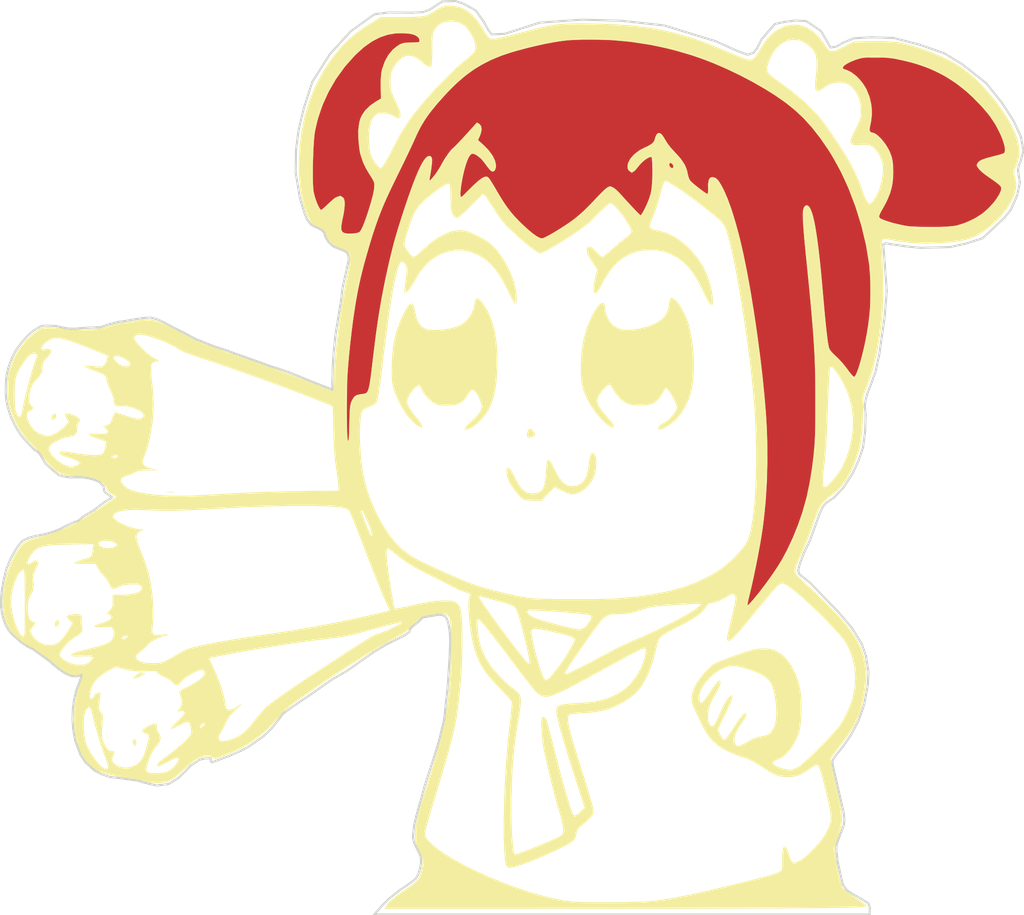
<source format=kicad_pcb>
(kicad_pcb (version 4) (host pcbnew 4.0.5+dfsg1-4)
  (layers (0 F.Cu signal) (31 B.Cu signal) (34 B.Paste user) (35 F.Paste user) (36 B.SilkS user) (37 F.SilkS user) (38 B.Mask user) (39 F.Mask user) (44 Edge.Cuts user))
  (net 0 "")
  (module LOGO (layer F.Cu) (at 76.12 48.91)
    (fp_text reference G*** hide)
    (fp_text value LOGO hide)
  )
  (module LOGO (layer F.Cu) (at 76.12 48.91)
    (fp_text reference G*** hide)
    (fp_text value LOGO hide)
    (fp_poly (pts (xy 4.57046 -16.35685) (xy 4.994146 -16.345884) (xy 5.379068 -16.325031) (xy 5.748072 -16.29236) (xy 6.124002 -16.245942) (xy 6.529703 -16.183844) (xy 6.879167 -16.123699) (xy 7.497291 -15.99606) (xy 8.155807 -15.828633) (xy 8.825697 -15.630119) (xy 9.477943 -15.409215) (xy 10.083528 -15.174621) (xy 10.177972 -15.134764) (xy 10.728949 -14.885908) (xy 11.28822 -14.608492) (xy 11.840643 -14.311289) (xy 12.371074 -14.003071) (xy 12.864373 -13.69261) (xy 13.305396 -13.388679) (xy 13.6525 -13.121919) (xy 14.114042 -12.701858) (xy 14.567182 -12.209037) (xy 15.003528 -11.655362) (xy 15.414694 -11.05274) (xy 15.792287 -10.413078) (xy 16.12792 -9.748282) (xy 16.291347 -9.376833) (xy 16.654865 -8.42325) (xy 16.94644 -7.481196) (xy 17.165184 -6.555355) (xy 17.310209 -5.65041) (xy 17.380629 -4.771044) (xy 17.375555 -3.921941) (xy 17.362899 -3.721752) (xy 17.336516 -3.424605) (xy 17.300482 -3.095007) (xy 17.259197 -2.769731) (xy 17.217062 -2.485552) (xy 17.209653 -2.441169) (xy 17.146076 -2.096203) (xy 17.074512 -1.755044) (xy 16.997861 -1.427742) (xy 16.919023 -1.124349) (xy 16.840898 -0.854916) (xy 16.766386 -0.629496) (xy 16.698385 -0.458139) (xy 16.639795 -0.350898) (xy 16.597015 -0.3175) (xy 16.548273 -0.350145) (xy 16.46557 -0.438099) (xy 16.362156 -0.566387) (xy 16.290035 -0.664413) (xy 16.141936 -0.855518) (xy 15.965812 -1.057315) (xy 15.793502 -1.23388) (xy 15.748229 -1.275739) (xy 15.598708 -1.420209) (xy 15.483767 -1.552159) (xy 15.418333 -1.65408) (xy 15.412394 -1.669659) (xy 15.386085 -1.773366) (xy 15.358541 -1.922371) (xy 15.329211 -2.121647) (xy 15.297546 -2.37617) (xy 15.262995 -2.690917) (xy 15.225008 -3.070862) (xy 15.183037 -3.520981) (xy 15.13653 -4.04625) (xy 15.091635 -4.572) (xy 15.032338 -5.231711) (xy 14.969798 -5.843855) (xy 14.904809 -6.402668) (xy 14.838163 -6.90239) (xy 14.770655 -7.337257) (xy 14.703075 -7.701508) (xy 14.636219 -7.98938) (xy 14.607571 -8.08928) (xy 14.52846 -8.295279) (xy 14.443702 -8.429802) (xy 14.35837 -8.490282) (xy 14.277536 -8.474149) (xy 14.206272 -8.378836) (xy 14.177829 -8.306871) (xy 14.162695 -8.24762) (xy 14.152325 -8.170938) (xy 14.147136 -8.070468) (xy 14.147544 -7.939856) (xy 14.153965 -7.772744) (xy 14.166817 -7.562776) (xy 14.186515 -7.303597) (xy 14.213476 -6.98885) (xy 14.248117 -6.612179) (xy 14.290854 -6.167228) (xy 14.342103 -5.647642) (xy 14.371071 -5.357663) (xy 14.451765 -4.538274) (xy 14.521897 -3.793717) (xy 14.582049 -3.114891) (xy 14.632806 -2.492699) (xy 14.674749 -1.918042) (xy 14.708463 -1.38182) (xy 14.734531 -0.874936) (xy 14.753535 -0.38829) (xy 14.766059 0.087217) (xy 14.772686 0.560684) (xy 14.774137 0.931334) (xy 14.767831 1.631428) (xy 14.747983 2.268325) (xy 14.712907 2.86266) (xy 14.660919 3.43507) (xy 14.590333 4.006188) (xy 14.499462 4.596652) (xy 14.452541 4.868334) (xy 14.324889 5.456604) (xy 14.148512 6.075981) (xy 13.931359 6.706348) (xy 13.68138 7.32759) (xy 13.406522 7.919588) (xy 13.114734 8.462227) (xy 12.888809 8.825848) (xy 12.720165 9.07314) (xy 12.541042 9.325749) (xy 12.357991 9.57545) (xy 12.177559 9.81402) (xy 12.006296 10.033235) (xy 11.850749 10.224871) (xy 11.717469 10.380702) (xy 11.613004 10.492507) (xy 11.543903 10.55206) (xy 11.516715 10.551137) (xy 11.516564 10.549107) (xy 11.525714 10.488242) (xy 11.552027 10.363645) (xy 11.591438 10.193545) (xy 11.63923 9.998774) (xy 11.729952 9.619756) (xy 11.827122 9.181129) (xy 11.925797 8.707176) (xy 12.021033 8.222187) (xy 12.107889 7.750445) (xy 12.166469 7.408334) (xy 12.294633 6.522384) (xy 12.388391 5.62619) (xy 12.447701 4.711044) (xy 12.472526 3.768239) (xy 12.462827 2.789067) (xy 12.418563 1.764821) (xy 12.339695 0.686793) (xy 12.226185 -0.453724) (xy 12.127275 -1.284586) (xy 11.978856 -2.399976) (xy 11.823949 -3.44847) (xy 11.662982 -4.428105) (xy 11.496385 -5.336921) (xy 11.324586 -6.172955) (xy 11.148014 -6.934245) (xy 10.967099 -7.618829) (xy 10.782268 -8.224745) (xy 10.593951 -8.750032) (xy 10.402577 -9.192726) (xy 10.395441 -9.2075) (xy 10.267355 -9.455886) (xy 10.156602 -9.63243) (xy 10.055379 -9.746137) (xy 9.955882 -9.806016) (xy 9.863528 -9.821333) (xy 9.744067 -9.784864) (xy 9.667552 -9.675662) (xy 9.63411 -9.494038) (xy 9.63991 -9.280012) (xy 9.646785 -9.143874) (xy 9.641125 -9.048964) (xy 9.62613 -9.017344) (xy 9.569094 -9.043085) (xy 9.464597 -9.111182) (xy 9.329302 -9.208705) (xy 9.179873 -9.322728) (xy 9.032976 -9.440323) (xy 8.905274 -9.548561) (xy 8.813432 -9.634514) (xy 8.77977 -9.673935) (xy 8.729491 -9.783026) (xy 8.686505 -9.930399) (xy 8.673506 -9.997349) (xy 8.624176 -10.207328) (xy 8.539639 -10.405742) (xy 8.410174 -10.608874) (xy 8.226064 -10.83301) (xy 8.083006 -10.986759) (xy 7.873002 -11.219482) (xy 7.703626 -11.436593) (xy 7.588151 -11.621006) (xy 7.583972 -11.629176) (xy 7.476816 -11.810046) (xy 7.378336 -11.908479) (xy 7.285937 -11.92595) (xy 7.197025 -11.863936) (xy 7.188711 -11.854021) (xy 7.130945 -11.748719) (xy 7.112 -11.660504) (xy 7.071028 -11.531671) (xy 6.953509 -11.408378) (xy 6.767538 -11.298199) (xy 6.688667 -11.264486) (xy 6.399715 -11.122053) (xy 6.156471 -10.944153) (xy 5.969559 -10.741515) (xy 5.849603 -10.524865) (xy 5.812296 -10.379608) (xy 5.807804 -10.251206) (xy 5.84442 -10.162438) (xy 5.879419 -10.122581) (xy 5.9578 -10.05818) (xy 6.01459 -10.033) (xy 6.078358 -10.068058) (xy 6.184953 -10.171155) (xy 6.331318 -10.339177) (xy 6.408266 -10.433793) (xy 6.508021 -10.537229) (xy 6.631732 -10.636542) (xy 6.75854 -10.718395) (xy 6.867588 -10.769457) (xy 6.938017 -10.776392) (xy 6.941401 -10.774616) (xy 6.957784 -10.723726) (xy 6.970293 -10.604546) (xy 6.978886 -10.433367) (xy 6.983525 -10.226477) (xy 6.984169 -10.000168) (xy 6.980779 -9.770728) (xy 6.973315 -9.554448) (xy 6.961737 -9.367618) (xy 6.946006 -9.226527) (xy 6.945193 -9.221472) (xy 6.893248 -9.002335) (xy 6.808045 -8.745787) (xy 6.702528 -8.485364) (xy 6.589641 -8.254603) (xy 6.537838 -8.166116) (xy 6.42418 -7.98607) (xy 6.16484 -8.259842) (xy 6.023616 -8.410763) (xy 5.851917 -8.596969) (xy 5.675489 -8.790436) (xy 5.571264 -8.905925) (xy 5.425524 -9.06074) (xy 5.285114 -9.196724) (xy 5.167279 -9.297916) (xy 5.096795 -9.34511) (xy 5.006918 -9.38272) (xy 4.939837 -9.384211) (xy 4.860409 -9.344221) (xy 4.793216 -9.298784) (xy 4.70552 -9.225788) (xy 4.577908 -9.103823) (xy 4.425622 -8.948152) (xy 4.263903 -8.774043) (xy 4.215595 -8.720237) (xy 3.744123 -8.234512) (xy 3.252729 -7.817126) (xy 2.92805 -7.584233) (xy 2.684989 -7.425184) (xy 2.444256 -7.275247) (xy 2.218172 -7.141399) (xy 2.019058 -7.030615) (xy 1.859233 -6.949869) (xy 1.751018 -6.906138) (xy 1.720084 -6.900333) (xy 1.613874 -6.93155) (xy 1.460511 -7.021211) (xy 1.267777 -7.163335) (xy 1.043451 -7.351939) (xy 0.795314 -7.58104) (xy 0.652226 -7.721421) (xy 0.438836 -7.943254) (xy 0.251202 -8.158794) (xy 0.076841 -8.385153) (xy -0.09673 -8.639441) (xy -0.281994 -8.938769) (xy -0.462796 -9.249833) (xy -0.570641 -9.435003) (xy -0.670446 -9.598793) (xy -0.751363 -9.723886) (xy -0.802546 -9.792966) (xy -0.803886 -9.794386) (xy -0.887099 -9.845777) (xy -0.991558 -9.842643) (xy -1.123362 -9.781681) (xy -1.288608 -9.65959) (xy -1.493393 -9.473066) (xy -1.608666 -9.358521) (xy -1.806974 -9.157274) (xy -1.952594 -9.012483) (xy -2.053089 -8.92112) (xy -2.116024 -8.88016) (xy -2.148963 -8.886575) (xy -2.159471 -8.93734) (xy -2.155112 -9.029427) (xy -2.144829 -9.144) (xy -2.109102 -9.445769) (xy -2.056473 -9.753824) (xy -1.990971 -10.053379) (xy -1.916628 -10.329649) (xy -1.837473 -10.567847) (xy -1.757538 -10.753189) (xy -1.680853 -10.870888) (xy -1.671544 -10.880251) (xy -1.567985 -10.97754) (xy -1.366076 -10.853011) (xy -1.174755 -10.696228) (xy -0.982759 -10.463761) (xy -0.96176 -10.433657) (xy -0.858143 -10.29248) (xy -0.761441 -10.177545) (xy -0.688573 -10.108496) (xy -0.674211 -10.099811) (xy -0.576473 -10.09091) (xy -0.502172 -10.154616) (xy -0.460208 -10.280126) (xy -0.454121 -10.366934) (xy -0.494066 -10.594988) (xy -0.611232 -10.840947) (xy -0.80161 -11.098825) (xy -1.061197 -11.362636) (xy -1.201042 -11.482938) (xy -1.322584 -11.582613) (xy -1.232792 -11.75862) (xy -1.165711 -11.939535) (xy -1.144812 -12.11398) (xy -1.170596 -12.25879) (xy -1.220417 -12.333605) (xy -1.29762 -12.388015) (xy -1.343778 -12.403666) (xy -1.385956 -12.373545) (xy -1.47359 -12.290165) (xy -1.596405 -12.164005) (xy -1.744124 -12.005544) (xy -1.861948 -11.875303) (xy -2.028904 -11.691482) (xy -2.185721 -11.524262) (xy -2.319885 -11.386589) (xy -2.418879 -11.291407) (xy -2.458087 -11.258706) (xy -2.574243 -11.150239) (xy -2.713133 -10.979128) (xy -2.864107 -10.760537) (xy -3.016519 -10.50963) (xy -3.127264 -10.305683) (xy -3.19755 -10.183333) (xy -3.284715 -10.051676) (xy -3.379103 -9.922377) (xy -3.471058 -9.807101) (xy -3.550924 -9.717515) (xy -3.609043 -9.665283) (xy -3.63576 -9.662071) (xy -3.629236 -9.699264) (xy -3.613018 -9.767913) (xy -3.588037 -9.899462) (xy -3.55809 -10.073082) (xy -3.535216 -10.214811) (xy -3.502105 -10.464813) (xy -3.494406 -10.642834) (xy -3.513588 -10.758102) (xy -3.561119 -10.819847) (xy -3.634236 -10.837333) (xy -3.723094 -10.809884) (xy -3.819865 -10.725451) (xy -3.926013 -10.580907) (xy -4.043003 -10.373125) (xy -4.172298 -10.098977) (xy -4.315362 -9.755336) (xy -4.473658 -9.339075) (xy -4.648651 -8.847067) (xy -4.841805 -8.276183) (xy -4.862826 -8.212666) (xy -5.116637 -7.408966) (xy -5.344904 -6.608783) (xy -5.5502 -5.799669) (xy -5.735102 -4.969175) (xy -5.902184 -4.104852) (xy -6.054021 -3.19425) (xy -6.193188 -2.224921) (xy -6.322259 -1.184415) (xy -6.329466 -1.121833) (xy -6.373839 -0.741271) (xy -6.411419 -0.434943) (xy -6.443755 -0.19283) (xy -6.472398 -0.004913) (xy -6.4989 0.138829) (xy -6.524811 0.248415) (xy -6.551682 0.333864) (xy -6.556974 0.348068) (xy -6.589958 0.413264) (xy -6.641553 0.456863) (xy -6.731091 0.487386) (xy -6.877907 0.513353) (xy -6.957027 0.524376) (xy -7.100804 0.557672) (xy -7.203556 0.624074) (xy -7.287934 0.742689) (xy -7.339073 0.846667) (xy -7.36875 0.920689) (xy -7.391435 1.003248) (xy -7.4084 1.10755) (xy -7.420922 1.246804) (xy -7.430276 1.434215) (xy -7.437736 1.682992) (xy -7.442953 1.922685) (xy -7.449978 2.225702) (xy -7.457799 2.451353) (xy -7.467008 2.606939) (xy -7.478202 2.69976) (xy -7.491975 2.737117) (xy -7.50851 2.727018) (xy -7.52228 2.661202) (xy -7.533673 2.521658) (xy -7.542715 2.319293) (xy -7.54943 2.065012) (xy -7.55384 1.769721) (xy -7.555971 1.444324) (xy -7.555846 1.099728) (xy -7.55349 0.746837) (xy -7.548927 0.396558) (xy -7.54218 0.059797) (xy -7.533274 -0.252543) (xy -7.522232 -0.529554) (xy -7.50908 -0.760331) (xy -7.500573 -0.867833) (xy -7.418917 -1.705647) (xy -7.332376 -2.470085) (xy -7.239096 -3.172385) (xy -7.137225 -3.823783) (xy -7.024911 -4.435518) (xy -6.900302 -5.018824) (xy -6.761546 -5.584941) (xy -6.663224 -5.947833) (xy -6.593738 -6.195327) (xy -6.526964 -6.433285) (xy -6.468586 -6.641443) (xy -6.424286 -6.799541) (xy -6.40793 -6.858) (xy -6.361333 -7.008846) (xy -6.290287 -7.219299) (xy -6.201736 -7.470334) (xy -6.102623 -7.742924) (xy -5.99989 -8.018045) (xy -5.900481 -8.27667) (xy -5.811338 -8.499775) (xy -5.789981 -8.551333) (xy -5.736979 -8.670969) (xy -5.652239 -8.853558) (xy -5.541877 -9.086319) (xy -5.412008 -9.356471) (xy -5.268747 -9.651232) (xy -5.118209 -9.957823) (xy -5.081055 -10.033) (xy -4.923208 -10.354478) (xy -4.765662 -10.679929) (xy -4.615796 -10.993776) (xy -4.480988 -11.280442) (xy -4.368616 -11.524349) (xy -4.286057 -11.709919) (xy -4.279014 -11.726333) (xy -4.146864 -12.018138) (xy -4.008882 -12.281901) (xy -3.853439 -12.535467) (xy -3.668906 -12.796676) (xy -3.443655 -13.083373) (xy -3.222134 -13.347977) (xy -2.762165 -13.861204) (xy -2.318223 -14.301735) (xy -1.879769 -14.677268) (xy -1.436262 -14.995496) (xy -0.97716 -15.264115) (xy -0.491924 -15.490821) (xy -0.068304 -15.650442) (xy 0.243718 -15.749685) (xy 0.615641 -15.856116) (xy 1.023722 -15.963793) (xy 1.444219 -16.066776) (xy 1.853389 -16.159123) (xy 2.227491 -16.234895) (xy 2.370667 -16.26073) (xy 2.558525 -16.291495) (xy 2.730819 -16.315222) (xy 2.903003 -16.332806) (xy 3.090526 -16.34514) (xy 3.308841 -16.353118) (xy 3.573399 -16.357632) (xy 3.899651 -16.359577) (xy 4.085167 -16.359861) (xy 4.57046 -16.35685)) (layer F.Cu) (width 0.01))
    (fp_poly (pts (xy -4.571898 -16.644188) (xy -4.356063 -16.597003) (xy -4.211557 -16.526205) (xy -4.132786 -16.429461) (xy -4.114701 -16.357501) (xy -4.101901 -16.226169) (xy -4.495701 -16.230501) (xy -4.689154 -16.23023) (xy -4.823779 -16.221087) (xy -4.925317 -16.198217) (xy -5.019513 -16.156765) (xy -5.086396 -16.119086) (xy -5.369981 -15.904211) (xy -5.600282 -15.626681) (xy -5.775328 -15.291184) (xy -5.893152 -14.902408) (xy -5.951784 -14.465041) (xy -5.953418 -14.054666) (xy -5.929065 -13.567833) (xy -6.186774 -13.419666) (xy -6.437606 -13.245186) (xy -6.658278 -13.033805) (xy -6.830736 -12.805347) (xy -6.928519 -12.605238) (xy -6.967172 -12.43748) (xy -6.992765 -12.208253) (xy -7.005319 -11.939737) (xy -7.004853 -11.654113) (xy -6.991387 -11.373561) (xy -6.96494 -11.120264) (xy -6.927012 -10.922) (xy -6.772523 -10.478904) (xy -6.548427 -10.050525) (xy -6.444012 -9.892188) (xy -6.352217 -9.750078) (xy -6.280171 -9.617437) (xy -6.244311 -9.525657) (xy -6.241918 -9.404366) (xy -6.270291 -9.2114) (xy -6.327903 -8.953346) (xy -6.413224 -8.636793) (xy -6.524726 -8.268331) (xy -6.565554 -8.140944) (xy -6.673705 -7.818127) (xy -6.764792 -7.570462) (xy -6.841925 -7.390871) (xy -6.908218 -7.272279) (xy -6.966784 -7.20761) (xy -6.97971 -7.199501) (xy -7.085679 -7.166362) (xy -7.242197 -7.143412) (xy -7.41543 -7.133913) (xy -7.571544 -7.141126) (xy -7.577497 -7.141879) (xy -7.697721 -7.168055) (xy -7.778187 -7.217195) (xy -7.821428 -7.300561) (xy -7.829978 -7.429417) (xy -7.806374 -7.615027) (xy -7.753148 -7.868655) (xy -7.747 -7.895166) (xy -7.706581 -8.099326) (xy -7.676657 -8.309191) (xy -7.66272 -8.484831) (xy -7.662333 -8.510639) (xy -7.669999 -8.67306) (xy -7.697379 -8.778006) (xy -7.747 -8.847666) (xy -7.821801 -8.909737) (xy -7.871244 -8.932333) (xy -7.996751 -8.900345) (xy -8.157476 -8.802675) (xy -8.357257 -8.636763) (xy -8.460771 -8.539305) (xy -8.772822 -8.236726) (xy -8.850186 -8.332265) (xy -8.933006 -8.469682) (xy -9.015306 -8.667965) (xy -9.08875 -8.903677) (xy -9.145004 -9.153379) (xy -9.147829 -9.169315) (xy -9.165438 -9.328749) (xy -9.176765 -9.556739) (xy -9.182188 -9.837437) (xy -9.182084 -10.154995) (xy -9.17683 -10.493565) (xy -9.166803 -10.837298) (xy -9.152379 -11.170346) (xy -9.133936 -11.476861) (xy -9.111851 -11.740995) (xy -9.086501 -11.946899) (xy -9.080961 -11.980333) (xy -8.925292 -12.64245) (xy -8.694526 -13.30399) (xy -8.396617 -13.947926) (xy -8.039521 -14.557228) (xy -7.631192 -15.114868) (xy -7.597723 -15.155333) (xy -7.196163 -15.601263) (xy -6.801841 -15.966012) (xy -6.410006 -16.252214) (xy -6.015907 -16.462502) (xy -5.614792 -16.599509) (xy -5.20191 -16.665869) (xy -4.864658 -16.670091) (xy -4.571898 -16.644188)) (layer F.Cu) (width 0.01))
    (fp_poly (pts (xy 17.631834 -15.512734) (xy 17.925283 -15.509521) (xy 18.161638 -15.499852) (xy 18.36838 -15.48112) (xy 18.572995 -15.450718) (xy 18.802965 -15.406038) (xy 18.840804 -15.398059) (xy 19.570499 -15.209842) (xy 20.242171 -14.965589) (xy 20.865282 -14.660387) (xy 21.449295 -14.289326) (xy 22.003674 -13.847498) (xy 22.230404 -13.639213) (xy 22.669771 -13.190112) (xy 23.03277 -12.753434) (xy 23.325164 -12.321033) (xy 23.552716 -11.884766) (xy 23.660417 -11.618047) (xy 23.742436 -11.368301) (xy 23.782876 -11.183652) (xy 23.78269 -11.055987) (xy 23.742828 -10.977194) (xy 23.736226 -10.971299) (xy 23.674583 -10.943729) (xy 23.549253 -10.903719) (xy 23.37926 -10.856912) (xy 23.208589 -10.81476) (xy 22.895004 -10.730593) (xy 22.664184 -10.642273) (xy 22.515638 -10.546251) (xy 22.448879 -10.438976) (xy 22.463416 -10.316899) (xy 22.558761 -10.176469) (xy 22.734424 -10.014136) (xy 22.989916 -9.826351) (xy 23.065362 -9.77557) (xy 23.244457 -9.652136) (xy 23.400067 -9.53638) (xy 23.516921 -9.440266) (xy 23.579746 -9.375757) (xy 23.583476 -9.369715) (xy 23.605626 -9.308477) (xy 23.600622 -9.237359) (xy 23.563451 -9.13436) (xy 23.498326 -8.996174) (xy 23.293911 -8.668453) (xy 23.019495 -8.361064) (xy 22.689074 -8.083702) (xy 22.316643 -7.846063) (xy 21.916198 -7.657842) (xy 21.501734 -7.528737) (xy 21.331878 -7.495285) (xy 21.170863 -7.477997) (xy 20.943938 -7.465646) (xy 20.669153 -7.458097) (xy 20.364556 -7.455212) (xy 20.048197 -7.456855) (xy 19.738126 -7.462889) (xy 19.452392 -7.473178) (xy 19.209045 -7.487586) (xy 19.026134 -7.505976) (xy 18.981187 -7.513062) (xy 18.766336 -7.558052) (xy 18.539878 -7.615562) (xy 18.317739 -7.680349) (xy 18.115843 -7.747171) (xy 17.950116 -7.810785) (xy 17.836482 -7.865951) (xy 17.791678 -7.904629) (xy 17.795594 -7.981826) (xy 17.837407 -8.095479) (xy 17.863937 -8.146178) (xy 18.058152 -8.496428) (xy 18.207181 -8.796273) (xy 18.316529 -9.063126) (xy 18.391697 -9.314398) (xy 18.438191 -9.5675) (xy 18.461513 -9.839844) (xy 18.467021 -10.054166) (xy 18.461079 -10.353756) (xy 18.436552 -10.593732) (xy 18.393848 -10.788071) (xy 18.310163 -11.012068) (xy 18.190687 -11.241208) (xy 18.047194 -11.460096) (xy 17.891458 -11.653338) (xy 17.735253 -11.805541) (xy 17.590354 -11.901308) (xy 17.525627 -11.923258) (xy 17.412765 -11.957424) (xy 17.352378 -12.01459) (xy 17.338454 -12.111422) (xy 17.364985 -12.264584) (xy 17.380427 -12.325888) (xy 17.445704 -12.735117) (xy 17.435908 -13.160714) (xy 17.353169 -13.584288) (xy 17.199618 -13.987447) (xy 17.184483 -14.017981) (xy 17.040219 -14.256065) (xy 16.860194 -14.480556) (xy 16.660213 -14.676588) (xy 16.456083 -14.829295) (xy 16.263609 -14.923813) (xy 16.20418 -14.939941) (xy 16.087739 -14.981697) (xy 16.051176 -15.041016) (xy 16.092111 -15.115411) (xy 16.208162 -15.202395) (xy 16.39695 -15.29948) (xy 16.644329 -15.399847) (xy 16.76751 -15.443387) (xy 16.875598 -15.474213) (xy 16.987198 -15.494451) (xy 17.120913 -15.506229) (xy 17.29535 -15.511673) (xy 17.529112 -15.51291) (xy 17.631834 -15.512734)) (layer F.Cu) (width 0.01))
    (fp_poly (pts (xy 7.917756 -10.464477) (xy 7.970762 -10.387911) (xy 7.986882 -10.307967) (xy 7.979293 -10.286125) (xy 7.922872 -10.24687) (xy 7.847761 -10.288051) (xy 7.840134 -10.295466) (xy 7.796584 -10.372826) (xy 7.795697 -10.451186) (xy 7.835594 -10.496494) (xy 7.851344 -10.498666) (xy 7.917756 -10.464477)) (layer F.Cu) (width 0.01))
  )
  (module LOGO (layer F.Cu) (at 76.12 48.91)
    (fp_text reference G*** hide)
    (fp_text value LOGO hide)
  )
  (module LOGO (layer F.Cu) (at 76.12 48.91)
    (fp_text reference G*** hide)
    (fp_text value LOGO hide)
  )
  (gr_line (start 56.514482 67.327468) (end 56.114599 66.969344) (layer Edge.Cuts) (width 0.1))
  (gr_line (start 56.114599 66.969344) (end 55.876562 66.610201) (layer Edge.Cuts) (width 0.1))
  (gr_line (start 55.876562 66.610201) (end 55.621821 65.93785) (layer Edge.Cuts) (width 0.1))
  (gr_line (start 55.621821 65.93785) (end 55.521595 65.353198) (layer Edge.Cuts) (width 0.1))
  (gr_line (start 55.521595 65.353198) (end 55.492362 64.893828) (layer Edge.Cuts) (width 0.1))
  (gr_line (start 55.492362 64.893828) (end 55.509065 64.45534) (layer Edge.Cuts) (width 0.1))
  (gr_line (start 55.509065 64.45534) (end 55.563354 63.98762) (layer Edge.Cuts) (width 0.1))
  (gr_line (start 55.563354 63.98762) (end 55.680285 63.511544) (layer Edge.Cuts) (width 0.1))
  (gr_line (start 55.680285 63.511544) (end 55.845983 63.076792) (layer Edge.Cuts) (width 0.1))
  (gr_line (start 55.845983 63.076792) (end 55.922498 62.805787) (layer Edge.Cuts) (width 0.1))
  (gr_line (start 55.922498 62.805787) (end 55.676109 62.868427) (layer Edge.Cuts) (width 0.1))
  (gr_line (start 55.676109 62.868427) (end 55.446424 62.851732) (layer Edge.Cuts) (width 0.1))
  (gr_line (start 55.446424 62.851732) (end 55.116513 62.713921) (layer Edge.Cuts) (width 0.1))
  (gr_line (start 55.116513 62.713921) (end 54.790779 62.480058) (layer Edge.Cuts) (width 0.1))
  (gr_line (start 54.790779 62.480058) (end 54.58615 62.308841) (layer Edge.Cuts) (width 0.1))
  (gr_line (start 54.58615 62.308841) (end 54.360642 62.112563) (layer Edge.Cuts) (width 0.1))
  (gr_line (start 54.360642 62.112563) (end 53.588066 61.561319) (layer Edge.Cuts) (width 0.1))
  (gr_line (start 53.588066 61.561319) (end 53.354205 61.448567) (layer Edge.Cuts) (width 0.1))
  (gr_line (start 53.354205 61.448567) (end 53.02847 61.235585) (layer Edge.Cuts) (width 0.1))
  (gr_line (start 53.02847 61.235585) (end 52.70425 60.942176) (layer Edge.Cuts) (width 0.1))
  (gr_line (start 52.70425 60.942176) (end 52.550698 60.793054) (layer Edge.Cuts) (width 0.1))
  (gr_line (start 52.550698 60.793054) (end 52.453251 60.670507) (layer Edge.Cuts) (width 0.1))
  (gr_line (start 52.453251 60.670507) (end 52.311509 60.425413) (layer Edge.Cuts) (width 0.1))
  (gr_line (start 52.311509 60.425413) (end 52.228828 60.212801) (layer Edge.Cuts) (width 0.1))
  (gr_line (start 52.228828 60.212801) (end 52.149098 59.918982) (layer Edge.Cuts) (width 0.1))
  (gr_line (start 52.149098 59.918982) (end 52.095946 59.580871) (layer Edge.Cuts) (width 0.1))
  (gr_line (start 52.095946 59.580871) (end 52.09004 59.259002) (layer Edge.Cuts) (width 0.1))
  (gr_line (start 52.09004 59.259002) (end 52.113663 58.913507) (layer Edge.Cuts) (width 0.1))
  (gr_line (start 52.113663 58.913507) (end 52.147622 58.634453) (layer Edge.Cuts) (width 0.1))
  (gr_line (start 52.147622 58.634453) (end 52.21111 58.280102) (layer Edge.Cuts) (width 0.1))
  (gr_line (start 52.21111 58.280102) (end 52.343992 57.74562) (layer Edge.Cuts) (width 0.1))
  (gr_line (start 52.343992 57.74562) (end 52.534457 57.283486) (layer Edge.Cuts) (width 0.1))
  (gr_line (start 52.534457 57.283486) (end 52.710157 56.961615) (layer Edge.Cuts) (width 0.1))
  (gr_line (start 52.710157 56.961615) (end 52.875521 56.689943) (layer Edge.Cuts) (width 0.1))
  (gr_line (start 52.875521 56.689943) (end 53.104374 56.412369) (layer Edge.Cuts) (width 0.1))
  (gr_line (start 53.104374 56.412369) (end 53.430674 56.260292) (layer Edge.Cuts) (width 0.1))
  (gr_line (start 53.430674 56.260292) (end 53.745162 56.174652) (layer Edge.Cuts) (width 0.1))
  (gr_line (start 53.745162 56.174652) (end 54.126091 56.105252) (layer Edge.Cuts) (width 0.1))
  (gr_line (start 54.126091 56.105252) (end 54.409573 56.028472) (layer Edge.Cuts) (width 0.1))
  (gr_line (start 54.409573 56.028472) (end 54.712249 55.929552) (layer Edge.Cuts) (width 0.1))
  (gr_line (start 54.712249 55.929552) (end 54.887949 55.849822) (layer Edge.Cuts) (width 0.1))
  (gr_line (start 54.887949 55.849822) (end 55.15519 55.711035) (layer Edge.Cuts) (width 0.1))
  (gr_line (start 55.15519 55.711035) (end 55.539072 55.530904) (layer Edge.Cuts) (width 0.1))
  (gr_line (start 55.539072 55.530904) (end 55.767925 55.451174) (layer Edge.Cuts) (width 0.1))
  (gr_line (start 55.767925 55.451174) (end 55.952484 55.288762) (layer Edge.Cuts) (width 0.1))
  (gr_line (start 55.952484 55.288762) (end 56.534213 54.928506) (layer Edge.Cuts) (width 0.1))
  (gr_line (start 56.534213 54.928506) (end 56.817695 54.714418) (layer Edge.Cuts) (width 0.1))
  (gr_line (start 56.817695 54.714418) (end 57.031783 54.553494) (layer Edge.Cuts) (width 0.1))
  (gr_line (start 57.031783 54.553494) (end 57.392041 54.336451) (layer Edge.Cuts) (width 0.1))
  (gr_line (start 57.392041 54.336451) (end 57.083459 54.137129) (layer Edge.Cuts) (width 0.1))
  (gr_line (start 57.083459 54.137129) (end 57.006193 54.038101) (layer Edge.Cuts) (width 0.1))
  (gr_line (start 57.006193 54.038101) (end 56.964432 53.815724) (layer Edge.Cuts) (width 0.1))
  (gr_line (start 56.964432 53.815724) (end 56.79008 53.620493) (layer Edge.Cuts) (width 0.1))
  (gr_line (start 56.79008 53.620493) (end 56.536383 53.503561) (layer Edge.Cuts) (width 0.1))
  (gr_line (start 56.536383 53.503561) (end 56.248233 53.427348) (layer Edge.Cuts) (width 0.1))
  (gr_line (start 56.248233 53.427348) (end 55.965303 53.386631) (layer Edge.Cuts) (width 0.1))
  (gr_line (start 55.965303 53.386631) (end 55.688637 53.381419) (layer Edge.Cuts) (width 0.1))
  (gr_line (start 55.688637 53.381419) (end 55.40884 53.392901) (layer Edge.Cuts) (width 0.1))
  (gr_line (start 55.40884 53.392901) (end 55.088325 53.348007) (layer Edge.Cuts) (width 0.1))
  (gr_line (start 55.088325 53.348007) (end 54.846112 53.283279) (layer Edge.Cuts) (width 0.1))
  (gr_line (start 54.846112 53.283279) (end 54.689509 53.156951) (layer Edge.Cuts) (width 0.1))
  (gr_line (start 54.689509 53.156951) (end 54.434767 52.945015) (layer Edge.Cuts) (width 0.1))
  (gr_line (start 54.434767 52.945015) (end 54.214479 52.735168) (layer Edge.Cuts) (width 0.1))
  (gr_line (start 54.214479 52.735168) (end 54.072492 52.509659) (layer Edge.Cuts) (width 0.1))
  (gr_line (start 54.072492 52.509659) (end 53.950341 52.297722) (layer Edge.Cuts) (width 0.1))
  (gr_line (start 53.950341 52.297722) (end 53.852203 52.18288) (layer Edge.Cuts) (width 0.1))
  (gr_line (start 53.852203 52.18288) (end 53.70082 52.094139) (layer Edge.Cuts) (width 0.1))
  (gr_line (start 53.70082 52.094139) (end 53.447123 51.843573) (layer Edge.Cuts) (width 0.1))
  (gr_line (start 53.447123 51.843573) (end 53.197602 51.567951) (layer Edge.Cuts) (width 0.1))
  (gr_line (start 53.197602 51.567951) (end 53.035779 51.37063) (layer Edge.Cuts) (width 0.1))
  (gr_line (start 53.035779 51.37063) (end 52.855163 51.093966) (layer Edge.Cuts) (width 0.1))
  (gr_line (start 52.855163 51.093966) (end 52.72988 50.872631) (layer Edge.Cuts) (width 0.1))
  (gr_line (start 52.72988 50.872631) (end 52.569101 50.527062) (layer Edge.Cuts) (width 0.1))
  (gr_line (start 52.569101 50.527062) (end 52.482447 50.280673) (layer Edge.Cuts) (width 0.1))
  (gr_line (start 52.482447 50.280673) (end 52.391617 49.981038) (layer Edge.Cuts) (width 0.1))
  (gr_line (start 52.391617 49.981038) (end 52.337328 49.702284) (layer Edge.Cuts) (width 0.1))
  (gr_line (start 52.337328 49.702284) (end 52.31436 49.395342) (layer Edge.Cuts) (width 0.1))
  (gr_line (start 52.31436 49.395342) (end 52.31331 49.176098) (layer Edge.Cuts) (width 0.1))
  (gr_line (start 52.31331 49.176098) (end 52.32062 48.838879) (layer Edge.Cuts) (width 0.1))
  (gr_line (start 52.32062 48.838879) (end 52.355073 48.514188) (layer Edge.Cuts) (width 0.1))
  (gr_line (start 52.355073 48.514188) (end 52.431287 48.185321) (layer Edge.Cuts) (width 0.1))
  (gr_line (start 52.431287 48.185321) (end 52.523161 47.919096) (layer Edge.Cuts) (width 0.1))
  (gr_line (start 52.523161 47.919096) (end 52.606683 47.705071) (layer Edge.Cuts) (width 0.1))
  (gr_line (start 52.606683 47.705071) (end 52.76433 47.397085) (layer Edge.Cuts) (width 0.1))
  (gr_line (start 52.76433 47.397085) (end 52.906317 47.175752) (layer Edge.Cuts) (width 0.1))
  (gr_line (start 52.906317 47.175752) (end 53.099461 46.929363) (layer Edge.Cuts) (width 0.1))
  (gr_line (start 53.099461 46.929363) (end 53.375083 46.621377) (layer Edge.Cuts) (width 0.1))
  (gr_line (start 53.375083 46.621377) (end 53.629824 46.401088) (layer Edge.Cuts) (width 0.1))
  (gr_line (start 53.629824 46.401088) (end 53.804176 46.293554) (layer Edge.Cuts) (width 0.1))
  (gr_line (start 53.804176 46.293554) (end 54.02864 46.172448) (layer Edge.Cuts) (width 0.1))
  (gr_line (start 54.02864 46.172448) (end 54.245797 46.156788) (layer Edge.Cuts) (width 0.1))
  (gr_line (start 54.245797 46.156788) (end 54.70621 46.177668) (layer Edge.Cuts) (width 0.1))
  (gr_line (start 54.70621 46.177668) (end 54.932763 46.230918) (layer Edge.Cuts) (width 0.1))
  (gr_line (start 54.932763 46.230918) (end 55.244925 46.296688) (layer Edge.Cuts) (width 0.1))
  (gr_line (start 55.244925 46.296688) (end 55.44851 46.308178) (layer Edge.Cuts) (width 0.1))
  (gr_line (start 55.44851 46.308178) (end 55.691767 46.306078) (layer Edge.Cuts) (width 0.1))
  (gr_line (start 55.691767 46.306078) (end 55.846282 46.282068) (layer Edge.Cuts) (width 0.1))
  (gr_line (start 55.846282 46.282068) (end 56.172017 46.262228) (layer Edge.Cuts) (width 0.1))
  (gr_line (start 56.172017 46.262228) (end 56.681499 46.238218) (layer Edge.Cuts) (width 0.1))
  (gr_line (start 56.681499 46.238218) (end 56.767109 46.245518) (layer Edge.Cuts) (width 0.1))
  (gr_line (start 56.767109 46.245518) (end 56.895524 46.211068) (layer Edge.Cuts) (width 0.1))
  (gr_line (start 56.895524 46.211068) (end 57.231699 46.099357) (layer Edge.Cuts) (width 0.1))
  (gr_line (start 57.231699 46.099357) (end 57.595018 46.003307) (layer Edge.Cuts) (width 0.1))
  (gr_line (start 57.595018 46.003307) (end 57.712993 45.977207) (layer Edge.Cuts) (width 0.1))
  (gr_line (start 57.712993 45.977207) (end 57.990702 45.942757) (layer Edge.Cuts) (width 0.1))
  (gr_line (start 57.990702 45.942757) (end 58.359242 45.875937) (layer Edge.Cuts) (width 0.1))
  (gr_line (start 58.359242 45.875937) (end 58.843668 45.802857) (layer Edge.Cuts) (width 0.1))
  (gr_line (start 58.843668 45.802857) (end 59.188195 45.774667) (layer Edge.Cuts) (width 0.1))
  (gr_line (start 59.188195 45.774667) (end 59.31139 45.800767) (layer Edge.Cuts) (width 0.1))
  (gr_line (start 59.31139 45.800767) (end 59.592232 45.882197) (layer Edge.Cuts) (width 0.1))
  (gr_line (start 59.592232 45.882197) (end 59.853237 46.009567) (layer Edge.Cuts) (width 0.1))
  (gr_line (start 59.853237 46.009567) (end 60.144519 46.16095) (layer Edge.Cuts) (width 0.1))
  (gr_line (start 60.144519 46.16095) (end 60.644605 46.420912) (layer Edge.Cuts) (width 0.1))
  (gr_line (start 60.644605 46.420912) (end 61.023585 46.618232) (layer Edge.Cuts) (width 0.1))
  (gr_line (start 61.023585 46.618232) (end 61.410917 46.82286) (layer Edge.Cuts) (width 0.1))
  (gr_line (start 61.410917 46.82286) (end 61.606149 46.89177) (layer Edge.Cuts) (width 0.1))
  (gr_line (start 61.606149 46.89177) (end 62.081179 47.087002) (layer Edge.Cuts) (width 0.1))
  (gr_line (start 62.081179 47.087002) (end 62.389166 47.2008) (layer Edge.Cuts) (width 0.1))
  (gr_line (start 62.389166 47.2008) (end 62.81617 47.330259) (layer Edge.Cuts) (width 0.1))
  (gr_line (start 62.81617 47.330259) (end 63.180534 47.470157) (layer Edge.Cuts) (width 0.1))
  (gr_line (start 63.180534 47.470157) (end 63.691061 47.648685) (layer Edge.Cuts) (width 0.1))
  (gr_line (start 63.691061 47.648685) (end 64.067952 47.783364) (layer Edge.Cuts) (width 0.1))
  (gr_line (start 64.067952 47.783364) (end 64.51375 47.941011) (layer Edge.Cuts) (width 0.1))
  (gr_line (start 64.51375 47.941011) (end 64.90317 48.084042) (layer Edge.Cuts) (width 0.1))
  (gr_line (start 64.90317 48.084042) (end 65.335395 48.220809) (layer Edge.Cuts) (width 0.1))
  (gr_line (start 65.335395 48.220809) (end 65.794764 48.378456) (layer Edge.Cuts) (width 0.1))
  (gr_line (start 65.794764 48.378456) (end 66.281278 48.572644) (layer Edge.Cuts) (width 0.1))
  (gr_line (start 66.281278 48.572644) (end 66.73856 48.764744) (layer Edge.Cuts) (width 0.1))
  (gr_line (start 66.73856 48.764744) (end 67.188533 48.939096) (layer Edge.Cuts) (width 0.1))
  (gr_line (start 67.188533 48.939096) (end 67.577953 49.093611) (layer Edge.Cuts) (width 0.1))
  (gr_line (start 67.577953 49.093611) (end 67.817034 49.184441) (layer Edge.Cuts) (width 0.1))
  (gr_line (start 67.817034 49.184441) (end 67.862974 49.217851) (layer Edge.Cuts) (width 0.1))
  (gr_line (start 67.862974 49.217851) (end 67.868174 49.092568) (layer Edge.Cuts) (width 0.1))
  (gr_line (start 67.868174 49.092568) (end 67.867174 48.757437) (layer Edge.Cuts) (width 0.1))
  (gr_line (start 67.867174 48.757437) (end 67.879704 48.450495) (layer Edge.Cuts) (width 0.1))
  (gr_line (start 67.879704 48.450495) (end 67.888104 48.134156) (layer Edge.Cuts) (width 0.1))
  (gr_line (start 67.888104 48.134156) (end 67.906894 47.796937) (layer Edge.Cuts) (width 0.1))
  (gr_line (start 67.906894 47.796937) (end 67.927774 47.458674) (layer Edge.Cuts) (width 0.1))
  (gr_line (start 67.927774 47.458674) (end 67.963274 47.151732) (layer Edge.Cuts) (width 0.1))
  (gr_line (start 67.963274 47.151732) (end 68.003994 46.697582) (layer Edge.Cuts) (width 0.1))
  (gr_line (start 68.003994 46.697582) (end 68.050974 46.378112) (layer Edge.Cuts) (width 0.1))
  (gr_line (start 68.050974 46.378112) (end 68.113614 46.00644) (layer Edge.Cuts) (width 0.1))
  (gr_line (start 68.113614 46.00644) (end 68.159554 45.710982) (layer Edge.Cuts) (width 0.1))
  (gr_line (start 68.159554 45.710982) (end 68.244124 45.195235) (layer Edge.Cuts) (width 0.1))
  (gr_line (start 68.244124 45.195235) (end 68.284844 44.946758) (layer Edge.Cuts) (width 0.1))
  (gr_line (start 68.284844 44.946758) (end 68.342264 44.441452) (layer Edge.Cuts) (width 0.1))
  (gr_line (start 68.342264 44.441452) (end 68.385074 44.213855) (layer Edge.Cuts) (width 0.1))
  (gr_line (start 68.385074 44.213855) (end 68.5114 43.655304) (layer Edge.Cuts) (width 0.1))
  (gr_line (start 68.5114 43.655304) (end 68.60014 43.250223) (layer Edge.Cuts) (width 0.1))
  (gr_line (start 68.60014 43.250223) (end 68.63877 43.087356) (layer Edge.Cuts) (width 0.1))
  (gr_line (start 68.63877 43.087356) (end 68.64717 42.988176) (layer Edge.Cuts) (width 0.1))
  (gr_line (start 68.64717 42.988176) (end 68.63987 42.870201) (layer Edge.Cuts) (width 0.1))
  (gr_line (start 68.63987 42.870201) (end 68.59915 42.741787) (layer Edge.Cuts) (width 0.1))
  (gr_line (start 68.59915 42.741787) (end 68.54173 42.667657) (layer Edge.Cuts) (width 0.1))
  (gr_line (start 68.54173 42.667657) (end 68.413316 42.595617) (layer Edge.Cuts) (width 0.1))
  (gr_line (start 68.413316 42.595617) (end 67.937242 42.405605) (layer Edge.Cuts) (width 0.1))
  (gr_line (start 67.937242 42.405605) (end 67.785859 42.288674) (layer Edge.Cuts) (width 0.1))
  (gr_line (start 67.785859 42.288674) (end 67.662664 42.147731) (layer Edge.Cuts) (width 0.1))
  (gr_line (start 67.662664 42.147731) (end 67.567654 41.987996) (layer Edge.Cuts) (width 0.1))
  (gr_line (start 67.567654 41.987996) (end 67.518584 41.873154) (layer Edge.Cuts) (width 0.1))
  (gr_line (start 67.518584 41.873154) (end 67.491444 41.763532) (layer Edge.Cuts) (width 0.1))
  (gr_line (start 67.491444 41.763532) (end 67.394354 41.637205) (layer Edge.Cuts) (width 0.1))
  (gr_line (start 67.394354 41.637205) (end 67.231487 41.538025) (layer Edge.Cuts) (width 0.1))
  (gr_line (start 67.231487 41.538025) (end 67.106204 41.483735) (layer Edge.Cuts) (width 0.1))
  (gr_line (start 67.106204 41.483735) (end 66.976746 41.430485) (layer Edge.Cuts) (width 0.1))
  (gr_line (start 66.976746 41.430485) (end 66.866079 41.358445) (layer Edge.Cuts) (width 0.1))
  (gr_line (start 66.866079 41.358445) (end 66.791949 41.279095) (layer Edge.Cuts) (width 0.1))
  (gr_line (start 66.791949 41.279095) (end 66.664578 41.107876) (layer Edge.Cuts) (width 0.1))
  (gr_line (start 66.664578 41.107876) (end 66.563308 40.865663) (layer Edge.Cuts) (width 0.1))
  (gr_line (start 66.563308 40.865663) (end 66.464128 40.559765) (layer Edge.Cuts) (width 0.1))
  (gr_line (start 66.464128 40.559765) (end 66.383738 40.291451) (layer Edge.Cuts) (width 0.1))
  (gr_line (start 66.383738 40.291451) (end 66.307528 40.001213) (layer Edge.Cuts) (width 0.1))
  (gr_line (start 66.307528 40.001213) (end 66.121076 38.858605) (layer Edge.Cuts) (width 0.1))
  (gr_line (start 66.121076 38.858605) (end 66.138796 37.783735) (layer Edge.Cuts) (width 0.1))
  (gr_line (start 66.138796 37.783735) (end 66.256914 36.868324) (layer Edge.Cuts) (width 0.1))
  (gr_line (start 66.256914 36.868324) (end 66.499055 35.840701) (layer Edge.Cuts) (width 0.1))
  (gr_line (start 66.499055 35.840701) (end 66.912466 34.55322) (layer Edge.Cuts) (width 0.1))
  (gr_line (start 66.912466 34.55322) (end 67.751101 33.230303) (layer Edge.Cuts) (width 0.1))
  (gr_line (start 67.751101 33.230303) (end 68.743289 32.143621) (layer Edge.Cuts) (width 0.1))
  (gr_line (start 68.743289 32.143621) (end 69.871311 31.334516) (layer Edge.Cuts) (width 0.1))
  (gr_line (start 69.871311 31.334516) (end 70.53277 31.245928) (layer Edge.Cuts) (width 0.1))
  (gr_line (start 70.53277 31.245928) (end 71.672604 31.257739) (layer Edge.Cuts) (width 0.1))
  (gr_line (start 71.672604 31.257739) (end 72.174604 31.22821) (layer Edge.Cuts) (width 0.1))
  (gr_line (start 72.174604 31.22821) (end 72.469898 31.133716) (layer Edge.Cuts) (width 0.1))
  (gr_line (start 72.469898 31.133716) (end 73.107732 30.720305) (layer Edge.Cuts) (width 0.1))
  (gr_line (start 73.107732 30.720305) (end 73.739661 30.702589) (layer Edge.Cuts) (width 0.1))
  (gr_line (start 73.739661 30.702589) (end 74.129449 30.838424) (layer Edge.Cuts) (width 0.1))
  (gr_line (start 74.129449 30.838424) (end 74.696414 31.151435) (layer Edge.Cuts) (width 0.1))
  (gr_line (start 74.696414 31.151435) (end 75.068484 31.671153) (layer Edge.Cuts) (width 0.1))
  (gr_line (start 75.068484 31.671153) (end 75.292907 32.078658) (layer Edge.Cuts) (width 0.1))
  (gr_line (start 75.292907 32.078658) (end 75.464178 32.29127) (layer Edge.Cuts) (width 0.1))
  (gr_line (start 75.464178 32.29127) (end 76.090201 32.261741) (layer Edge.Cuts) (width 0.1))
  (gr_line (start 76.090201 32.261741) (end 77.737942 31.730212) (layer Edge.Cuts) (width 0.1))
  (gr_line (start 77.737942 31.730212) (end 79.775469 31.588471) (layer Edge.Cuts) (width 0.1))
  (gr_line (start 79.775469 31.588471) (end 81.635821 31.641624) (layer Edge.Cuts) (width 0.1))
  (gr_line (start 81.635821 31.641624) (end 83.673348 31.866047) (layer Edge.Cuts) (width 0.1))
  (gr_line (start 83.673348 31.866047) (end 86.142006 32.622) (layer Edge.Cuts) (width 0.1))
  (gr_line (start 86.142006 32.622) (end 87.134193 33.070846) (layer Edge.Cuts) (width 0.1))
  (gr_line (start 87.134193 33.070846) (end 87.648006 33.259834) (layer Edge.Cuts) (width 0.1))
  (gr_line (start 87.648006 33.259834) (end 87.919675 33.171246) (layer Edge.Cuts) (width 0.1))
  (gr_line (start 87.919675 33.171246) (end 88.079134 32.976352) (layer Edge.Cuts) (width 0.1))
  (gr_line (start 88.079134 32.976352) (end 88.31537 32.515694) (layer Edge.Cuts) (width 0.1))
  (gr_line (start 88.31537 32.515694) (end 88.941393 31.795177) (layer Edge.Cuts) (width 0.1))
  (gr_line (start 88.941393 31.795177) (end 89.378426 31.700683) (layer Edge.Cuts) (width 0.1))
  (gr_line (start 89.378426 31.700683) (end 89.909956 31.629813) (layer Edge.Cuts) (width 0.1))
  (gr_line (start 89.909956 31.629813) (end 90.429674 31.653438) (layer Edge.Cuts) (width 0.1))
  (gr_line (start 90.429674 31.653438) (end 90.7951 31.894842) (layer Edge.Cuts) (width 0.1))
  (gr_line (start 90.7951 31.894842) (end 91.138379 32.131814) (layer Edge.Cuts) (width 0.1))
  (gr_line (start 91.138379 32.131814) (end 91.398237 32.568849) (layer Edge.Cuts) (width 0.1))
  (gr_line (start 91.398237 32.568849) (end 91.593131 32.917296) (layer Edge.Cuts) (width 0.1))
  (gr_line (start 91.593131 32.917296) (end 91.88252 32.870049) (layer Edge.Cuts) (width 0.1))
  (gr_line (start 91.88252 32.870049) (end 92.189624 32.686966) (layer Edge.Cuts) (width 0.1))
  (gr_line (start 92.189624 32.686966) (end 92.715248 32.474355) (layer Edge.Cuts) (width 0.1))
  (gr_line (start 92.715248 32.474355) (end 93.55979 32.427108) (layer Edge.Cuts) (width 0.1))
  (gr_line (start 93.55979 32.427108) (end 94.611035 32.462543) (layer Edge.Cuts) (width 0.1))
  (gr_line (start 94.611035 32.462543) (end 95.839458 32.78146) (layer Edge.Cuts) (width 0.1))
  (gr_line (start 95.839458 32.78146) (end 97.008822 33.188966) (layer Edge.Cuts) (width 0.1))
  (gr_line (start 97.008822 33.188966) (end 97.87108 33.714589) (layer Edge.Cuts) (width 0.1))
  (gr_line (start 97.87108 33.714589) (end 99.010913 34.618188) (layer Edge.Cuts) (width 0.1))
  (gr_line (start 99.010913 34.618188) (end 99.755054 35.545411) (layer Edge.Cuts) (width 0.1))
  (gr_line (start 99.755054 35.545411) (end 100.327924 36.437199) (layer Edge.Cuts) (width 0.1))
  (gr_line (start 100.327924 36.437199) (end 100.658653 37.163621) (layer Edge.Cuts) (width 0.1))
  (gr_line (start 100.658653 37.163621) (end 100.782677 37.830986) (layer Edge.Cuts) (width 0.1))
  (gr_line (start 100.782677 37.830986) (end 100.640937 38.356609) (layer Edge.Cuts) (width 0.1))
  (gr_line (start 100.640937 38.356609) (end 100.564157 38.516067) (layer Edge.Cuts) (width 0.1))
  (gr_line (start 100.564157 38.516067) (end 100.522817 38.752303) (layer Edge.Cuts) (width 0.1))
  (gr_line (start 100.522817 38.752303) (end 100.552347 38.976726) (layer Edge.Cuts) (width 0.1))
  (gr_line (start 100.552347 38.976726) (end 100.611407 39.331079) (layer Edge.Cuts) (width 0.1))
  (gr_line (start 100.611407 39.331079) (end 100.481478 39.968914) (layer Edge.Cuts) (width 0.1))
  (gr_line (start 100.481478 39.968914) (end 100.180279 40.642184) (layer Edge.Cuts) (width 0.1))
  (gr_line (start 100.180279 40.642184) (end 99.884985 41.014254) (layer Edge.Cuts) (width 0.1))
  (gr_line (start 99.884985 41.014254) (end 98.833737 42.000535) (layer Edge.Cuts) (width 0.1))
  (gr_line (start 98.833737 42.000535) (end 98.001009 42.2663) (layer Edge.Cuts) (width 0.1))
  (gr_line (start 98.001009 42.2663) (end 97.274585 42.419853) (layer Edge.Cuts) (width 0.1))
  (gr_line (start 97.274585 42.419853) (end 95.86308 42.455283) (layer Edge.Cuts) (width 0.1))
  (gr_line (start 95.86308 42.455283) (end 95.178 42.384413) (layer Edge.Cuts) (width 0.1))
  (gr_line (start 95.178 42.384413) (end 94.492917 42.284013) (layer Edge.Cuts) (width 0.1))
  (gr_line (start 94.492917 42.284013) (end 94.233059 42.236763) (layer Edge.Cuts) (width 0.1))
  (gr_line (start 94.233059 42.236763) (end 94.10313 42.289913) (layer Edge.Cuts) (width 0.1))
  (gr_line (start 94.10313 42.289913) (end 94.12676 42.526149) (layer Edge.Cuts) (width 0.1))
  (gr_line (start 94.12676 42.526149) (end 94.274408 44.504618) (layer Edge.Cuts) (width 0.1))
  (gr_line (start 94.274408 44.504618) (end 94.174006 45.727135) (layer Edge.Cuts) (width 0.1))
  (gr_line (start 94.174006 45.727135) (end 93.920054 47.516616) (layer Edge.Cuts) (width 0.1))
  (gr_line (start 93.920054 47.516616) (end 93.736973 48.361156) (layer Edge.Cuts) (width 0.1))
  (gr_line (start 93.736973 48.361156) (end 93.506642 48.993085) (layer Edge.Cuts) (width 0.1))
  (gr_line (start 93.506642 48.993085) (end 93.347183 49.40059) (layer Edge.Cuts) (width 0.1))
  (gr_line (start 93.347183 49.40059) (end 93.264503 49.70179) (layer Edge.Cuts) (width 0.1))
  (gr_line (start 93.264503 49.70179) (end 93.223163 50.00299) (layer Edge.Cuts) (width 0.1))
  (gr_line (start 93.223163 50.00299) (end 93.270413 50.386873) (layer Edge.Cuts) (width 0.1))
  (gr_line (start 93.270413 50.386873) (end 93.240883 51.213696) (layer Edge.Cuts) (width 0.1))
  (gr_line (start 93.240883 51.213696) (end 93.140482 51.975553) (layer Edge.Cuts) (width 0.1))
  (gr_line (start 93.140482 51.975553) (end 92.916059 52.619295) (layer Edge.Cuts) (width 0.1))
  (gr_line (start 92.916059 52.619295) (end 92.626671 53.233507) (layer Edge.Cuts) (width 0.1))
  (gr_line (start 92.626671 53.233507) (end 92.201449 53.883152) (layer Edge.Cuts) (width 0.1))
  (gr_line (start 92.201449 53.883152) (end 91.758507 54.355623) (layer Edge.Cuts) (width 0.1))
  (gr_line (start 91.758507 54.355623) (end 91.380532 54.60367) (layer Edge.Cuts) (width 0.1))
  (gr_line (start 91.380532 54.60367) (end 91.226978 54.792657) (layer Edge.Cuts) (width 0.1))
  (gr_line (start 91.226978 54.792657) (end 91.067519 55.141105) (layer Edge.Cuts) (width 0.1))
  (gr_line (start 91.067519 55.141105) (end 90.630485 56.351809) (layer Edge.Cuts) (width 0.1))
  (gr_line (start 90.630485 56.351809) (end 90.335192 56.971927) (layer Edge.Cuts) (width 0.1))
  (gr_line (start 90.335192 56.971927) (end 90.146203 57.462115) (layer Edge.Cuts) (width 0.1))
  (gr_line (start 90.146203 57.462115) (end 90.122573 57.538895) (layer Edge.Cuts) (width 0.1))
  (gr_line (start 90.122573 57.538895) (end 90.051703 57.816472) (layer Edge.Cuts) (width 0.1))
  (gr_line (start 90.051703 57.816472) (end 90.104853 57.993647) (layer Edge.Cuts) (width 0.1))
  (gr_line (start 90.104853 57.993647) (end 90.618663 58.407059) (layer Edge.Cuts) (width 0.1))
  (gr_line (start 90.618663 58.407059) (end 91.929769 59.759505) (layer Edge.Cuts) (width 0.1))
  (gr_line (start 91.929769 59.759505) (end 92.626663 60.574515) (layer Edge.Cuts) (width 0.1))
  (gr_line (start 92.626663 60.574515) (end 93.07551 61.31275) (layer Edge.Cuts) (width 0.1))
  (gr_line (start 93.07551 61.31275) (end 93.27631 61.867904) (layer Edge.Cuts) (width 0.1))
  (gr_line (start 93.27631 61.867904) (end 93.400334 62.635666) (layer Edge.Cuts) (width 0.1))
  (gr_line (start 93.400334 62.635666) (end 93.370804 63.267595) (layer Edge.Cuts) (width 0.1))
  (gr_line (start 93.370804 63.267595) (end 93.199534 64.194819) (layer Edge.Cuts) (width 0.1))
  (gr_line (start 93.199534 64.194819) (end 92.933768 64.974395) (layer Edge.Cuts) (width 0.1))
  (gr_line (start 92.933768 64.974395) (end 92.567606 65.659476) (layer Edge.Cuts) (width 0.1))
  (gr_line (start 92.567606 65.659476) (end 92.213252 66.173288) (layer Edge.Cuts) (width 0.1))
  (gr_line (start 92.213252 66.173288) (end 91.847088 66.628041) (layer Edge.Cuts) (width 0.1))
  (gr_line (start 91.847088 66.628041) (end 91.723064 66.811122) (layer Edge.Cuts) (width 0.1))
  (gr_line (start 91.723064 66.811122) (end 91.687624 66.923335) (layer Edge.Cuts) (width 0.1))
  (gr_line (start 91.687624 66.923335) (end 91.705354 67.112324) (layer Edge.Cuts) (width 0.1))
  (gr_line (start 91.705354 67.112324) (end 92.012458 68.447051) (layer Edge.Cuts) (width 0.1))
  (gr_line (start 92.012458 68.447051) (end 92.219164 69.344746) (layer Edge.Cuts) (width 0.1))
  (gr_line (start 92.219164 69.344746) (end 92.254594 69.657756) (layer Edge.Cuts) (width 0.1))
  (gr_line (start 92.254594 69.657756) (end 92.230964 69.935333) (layer Edge.Cuts) (width 0.1))
  (gr_line (start 92.230964 69.935333) (end 91.888424 70.850743) (layer Edge.Cuts) (width 0.1))
  (gr_line (start 91.888424 70.850743) (end 91.864794 71.092885) (layer Edge.Cuts) (width 0.1))
  (gr_line (start 91.864794 71.092885) (end 91.941564 71.730718) (layer Edge.Cuts) (width 0.1))
  (gr_line (start 91.941564 71.730718) (end 92.065587 72.279967) (layer Edge.Cuts) (width 0.1))
  (gr_line (start 92.065587 72.279967) (end 92.1778 72.764247) (layer Edge.Cuts) (width 0.1))
  (gr_line (start 92.1778 72.764247) (end 92.372694 73.04773) (layer Edge.Cuts) (width 0.1))
  (gr_line (start 92.372694 73.04773) (end 92.656177 73.230813) (layer Edge.Cuts) (width 0.1))
  (gr_line (start 92.656177 73.230813) (end 93.105024 73.490671) (layer Edge.Cuts) (width 0.1))
  (gr_line (start 93.105024 73.490671) (end 93.400318 73.673752) (layer Edge.Cuts) (width 0.1))
  (gr_line (start 93.400318 73.673752) (end 93.465278 73.886363) (layer Edge.Cuts) (width 0.1))
  (gr_line (start 93.465278 73.886363) (end 93.457278 74.202313) (layer Edge.Cuts) (width 0.1))
  (gr_line (start 93.457278 74.202313) (end 69.862304 74.202313) (layer Edge.Cuts) (width 0.1))
  (gr_line (start 69.862304 74.202313) (end 70.257998 73.76234) (layer Edge.Cuts) (width 0.1))
  (gr_line (start 70.257998 73.76234) (end 70.568056 73.44933) (layer Edge.Cuts) (width 0.1))
  (gr_line (start 70.568056 73.44933) (end 71.090726 73.035919) (layer Edge.Cuts) (width 0.1))
  (gr_line (start 71.090726 73.035919) (end 71.510043 72.755389) (layer Edge.Cuts) (width 0.1))
  (gr_line (start 71.510043 72.755389) (end 71.834867 72.504389) (layer Edge.Cuts) (width 0.1))
  (gr_line (start 71.834867 72.504389) (end 71.955937 72.300636) (layer Edge.Cuts) (width 0.1))
  (gr_line (start 71.955937 72.300636) (end 72.050427 71.996484) (layer Edge.Cuts) (width 0.1))
  (gr_line (start 72.050427 71.996484) (end 72.091767 71.748438) (layer Edge.Cuts) (width 0.1))
  (gr_line (start 72.091767 71.748438) (end 72.091767 71.583073) (layer Edge.Cuts) (width 0.1))
  (gr_line (start 72.091767 71.583073) (end 72.053377 71.382273) (layer Edge.Cuts) (width 0.1))
  (gr_line (start 72.053377 71.382273) (end 71.929354 71.134226) (layer Edge.Cuts) (width 0.1))
  (gr_line (start 71.929354 71.134226) (end 71.772848 70.812355) (layer Edge.Cuts) (width 0.1))
  (gr_line (start 71.772848 70.812355) (end 71.707888 70.561355) (layer Edge.Cuts) (width 0.1))
  (gr_line (start 71.707888 70.561355) (end 71.719698 70.348744) (layer Edge.Cuts) (width 0.1))
  (gr_line (start 71.719698 70.348744) (end 71.766948 69.93238) (layer Edge.Cuts) (width 0.1))
  (gr_line (start 71.766948 69.93238) (end 71.867347 69.504202) (layer Edge.Cuts) (width 0.1))
  (gr_line (start 71.867347 69.504202) (end 72.014994 68.981534) (layer Edge.Cuts) (width 0.1))
  (gr_line (start 72.014994 68.981534) (end 72.112444 68.644899) (layer Edge.Cuts) (width 0.1))
  (gr_line (start 72.112444 68.644899) (end 72.254185 68.119275) (layer Edge.Cuts) (width 0.1))
  (gr_line (start 72.254185 68.119275) (end 72.51995 67.295405) (layer Edge.Cuts) (width 0.1))
  (gr_line (start 72.51995 67.295405) (end 72.711891 66.707771) (layer Edge.Cuts) (width 0.1))
  (gr_line (start 72.711891 66.707771) (end 72.835914 66.303217) (layer Edge.Cuts) (width 0.1))
  (gr_line (start 72.835914 66.303217) (end 72.94222 65.945911) (layer Edge.Cuts) (width 0.1))
  (gr_line (start 72.94222 65.945911) (end 73.051479 65.502972) (layer Edge.Cuts) (width 0.1))
  (gr_line (start 73.051479 65.502972) (end 73.190267 64.927149) (layer Edge.Cuts) (width 0.1))
  (gr_line (start 73.190267 64.927149) (end 73.243417 64.469443) (layer Edge.Cuts) (width 0.1))
  (gr_line (start 73.243417 64.469443) (end 73.275897 64.100326) (layer Edge.Cuts) (width 0.1))
  (gr_line (start 73.275897 64.100326) (end 73.343817 63.527455) (layer Edge.Cuts) (width 0.1))
  (gr_line (start 73.343817 63.527455) (end 73.379247 63.087466) (layer Edge.Cuts) (width 0.1))
  (gr_line (start 73.379247 63.087466) (end 73.414677 62.564795) (layer Edge.Cuts) (width 0.1))
  (gr_line (start 73.414677 62.564795) (end 73.453067 61.906292) (layer Edge.Cuts) (width 0.1))
  (gr_line (start 73.453067 61.906292) (end 73.482597 61.209398) (layer Edge.Cuts) (width 0.1))
  (gr_line (start 73.482597 61.209398) (end 73.467837 60.828467) (layer Edge.Cuts) (width 0.1))
  (gr_line (start 73.467837 60.828467) (end 73.408777 60.394386) (layer Edge.Cuts) (width 0.1))
  (gr_line (start 73.408777 60.394386) (end 73.326097 60.137481) (layer Edge.Cuts) (width 0.1))
  (gr_line (start 73.326097 60.137481) (end 73.234557 60.007552) (layer Edge.Cuts) (width 0.1))
  (gr_line (start 73.234557 60.007552) (end 73.089863 59.942582) (layer Edge.Cuts) (width 0.1))
  (gr_line (start 73.089863 59.942582) (end 72.924499 59.930782) (layer Edge.Cuts) (width 0.1))
  (gr_line (start 72.924499 59.930782) (end 72.626252 59.980982) (layer Edge.Cuts) (width 0.1))
  (gr_line (start 72.626252 59.980982) (end 72.177405 60.060712) (layer Edge.Cuts) (width 0.1))
  (gr_line (start 72.177405 60.060712) (end 71.961841 60.273323) (layer Edge.Cuts) (width 0.1))
  (gr_line (start 71.961841 60.273323) (end 71.681311 60.494793) (layer Edge.Cuts) (width 0.1))
  (gr_line (start 71.681311 60.494793) (end 71.5691 60.612911) (layer Edge.Cuts) (width 0.1))
  (gr_line (start 71.5691 60.612911) (end 71.53957 60.745792) (layer Edge.Cuts) (width 0.1))
  (gr_line (start 71.53957 60.745792) (end 71.33877 60.896393) (layer Edge.Cuts) (width 0.1))
  (gr_line (start 71.33877 60.896393) (end 70.488324 61.324568) (layer Edge.Cuts) (width 0.1))
  (gr_line (start 70.488324 61.324568) (end 69.818007 61.723216) (layer Edge.Cuts) (width 0.1))
  (gr_line (start 69.818007 61.723216) (end 69.499089 61.944686) (layer Edge.Cuts) (width 0.1))
  (gr_line (start 69.499089 61.944686) (end 68.565961 62.603191) (layer Edge.Cuts) (width 0.1))
  (gr_line (start 68.565961 62.603191) (end 67.827726 63.028416) (layer Edge.Cuts) (width 0.1))
  (gr_line (start 67.827726 63.028416) (end 66.838491 63.728263) (layer Edge.Cuts) (width 0.1))
  (gr_line (start 66.838491 63.728263) (end 66.380786 64.035367) (layer Edge.Cuts) (width 0.1))
  (gr_line (start 66.380786 64.035367) (end 65.955563 64.321803) (layer Edge.Cuts) (width 0.1))
  (gr_line (start 65.955563 64.321803) (end 65.524434 64.640721) (layer Edge.Cuts) (width 0.1))
  (gr_line (start 65.524434 64.640721) (end 65.359069 64.865143) (layer Edge.Cuts) (width 0.1))
  (gr_line (start 65.359069 64.865143) (end 64.960422 65.361237) (layer Edge.Cuts) (width 0.1))
  (gr_line (start 64.960422 65.361237) (end 64.570634 65.733307) (layer Edge.Cuts) (width 0.1))
  (gr_line (start 64.570634 65.733307) (end 63.888505 66.208732) (layer Edge.Cuts) (width 0.1))
  (gr_line (start 63.888505 66.208732) (end 63.578447 66.380002) (layer Edge.Cuts) (width 0.1))
  (gr_line (start 63.578447 66.380002) (end 62.946518 66.660532) (layer Edge.Cuts) (width 0.1))
  (gr_line (start 62.946518 66.660532) (end 62.394318 66.864282) (layer Edge.Cuts) (width 0.1))
  (gr_line (start 62.394318 66.864282) (end 62.122648 66.961732) (layer Edge.Cuts) (width 0.1))
  (gr_line (start 62.122648 66.961732) (end 62.075398 66.893812) (layer Edge.Cuts) (width 0.1))
  (gr_line (start 62.075398 66.893812) (end 62.072398 66.763883) (layer Edge.Cuts) (width 0.1))
  (gr_line (start 62.072398 66.763883) (end 61.821398 66.772783) (layer Edge.Cuts) (width 0.1))
  (gr_line (start 61.821398 66.772783) (end 61.591069 66.817073) (layer Edge.Cuts) (width 0.1))
  (gr_line (start 61.591069 66.817073) (end 61.384363 66.944049) (layer Edge.Cuts) (width 0.1))
  (gr_line (start 61.384363 66.944049) (end 61.103834 67.130085) (layer Edge.Cuts) (width 0.1))
  (gr_line (start 61.103834 67.130085) (end 60.867599 67.389943) (layer Edge.Cuts) (width 0.1))
  (gr_line (start 60.867599 67.389943) (end 60.525058 67.714767) (layer Edge.Cuts) (width 0.1))
  (gr_line (start 60.525058 67.714767) (end 60.070305 67.992344) (layer Edge.Cuts) (width 0.1))
  (gr_line (start 60.070305 67.992344) (end 59.503341 68.063214) (layer Edge.Cuts) (width 0.1))
  (gr_line (start 59.503341 68.063214) (end 59.175565 67.989394) (layer Edge.Cuts) (width 0.1))
  (gr_line (start 59.175565 67.989394) (end 58.835977 67.906714) (layer Edge.Cuts) (width 0.1))
  (gr_line (start 58.835977 67.906714) (end 58.655848 67.838794) (layer Edge.Cuts) (width 0.1))
  (gr_line (start 58.655848 67.838794) (end 57.885131 67.729534) (layer Edge.Cuts) (width 0.1))
  (gr_line (start 57.885131 67.729534) (end 57.265014 67.652764) (layer Edge.Cuts) (width 0.1))
  (gr_line (start 57.265014 67.652764) (end 56.813214 67.499211) (layer Edge.Cuts) (width 0.1))
  (gr_line (start 56.813214 67.499211) (end 56.514482 67.327468) (layer Edge.Cuts) (width 0.1))
  (gr_line (start 56.514482 67.327468) (end 56.514482 67.327468) (layer Edge.Cuts) (width 0.1))
)
</source>
